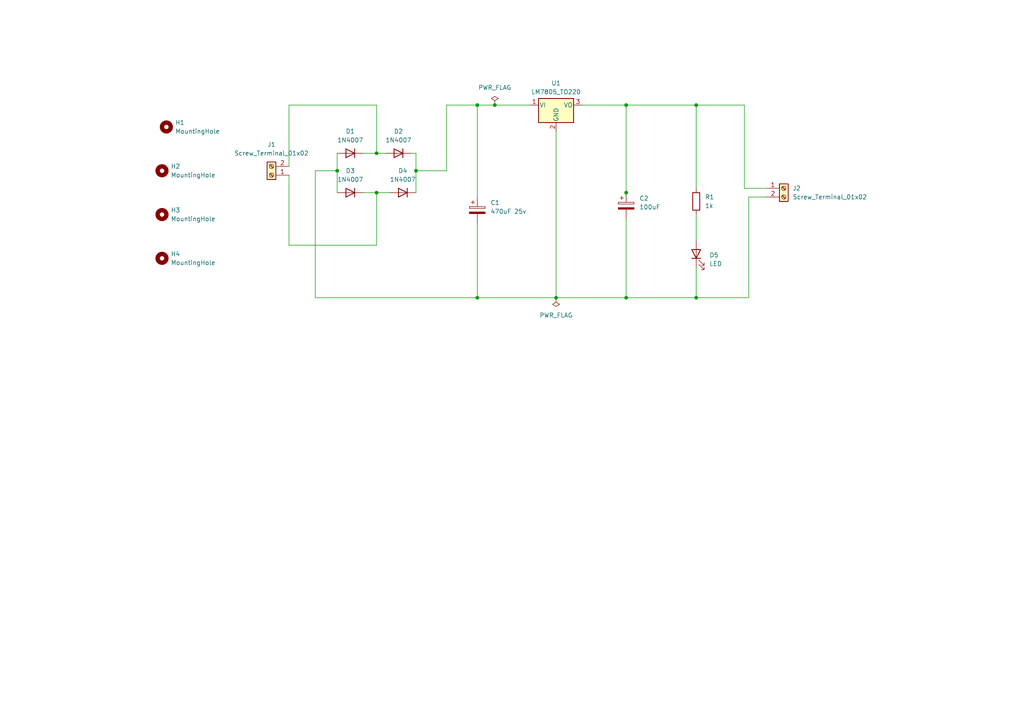
<source format=kicad_sch>
(kicad_sch (version 20230121) (generator eeschema)

  (uuid 48efd222-25e6-4205-9b68-9a90902d147f)

  (paper "A4")

  (lib_symbols
    (symbol "Connector:Screw_Terminal_01x02" (pin_names (offset 1.016) hide) (in_bom yes) (on_board yes)
      (property "Reference" "J" (at 0 2.54 0)
        (effects (font (size 1.27 1.27)))
      )
      (property "Value" "Screw_Terminal_01x02" (at 0 -5.08 0)
        (effects (font (size 1.27 1.27)))
      )
      (property "Footprint" "" (at 0 0 0)
        (effects (font (size 1.27 1.27)) hide)
      )
      (property "Datasheet" "~" (at 0 0 0)
        (effects (font (size 1.27 1.27)) hide)
      )
      (property "ki_keywords" "screw terminal" (at 0 0 0)
        (effects (font (size 1.27 1.27)) hide)
      )
      (property "ki_description" "Generic screw terminal, single row, 01x02, script generated (kicad-library-utils/schlib/autogen/connector/)" (at 0 0 0)
        (effects (font (size 1.27 1.27)) hide)
      )
      (property "ki_fp_filters" "TerminalBlock*:*" (at 0 0 0)
        (effects (font (size 1.27 1.27)) hide)
      )
      (symbol "Screw_Terminal_01x02_1_1"
        (rectangle (start -1.27 1.27) (end 1.27 -3.81)
          (stroke (width 0.254) (type default))
          (fill (type background))
        )
        (circle (center 0 -2.54) (radius 0.635)
          (stroke (width 0.1524) (type default))
          (fill (type none))
        )
        (polyline
          (pts
            (xy -0.5334 -2.2098)
            (xy 0.3302 -3.048)
          )
          (stroke (width 0.1524) (type default))
          (fill (type none))
        )
        (polyline
          (pts
            (xy -0.5334 0.3302)
            (xy 0.3302 -0.508)
          )
          (stroke (width 0.1524) (type default))
          (fill (type none))
        )
        (polyline
          (pts
            (xy -0.3556 -2.032)
            (xy 0.508 -2.8702)
          )
          (stroke (width 0.1524) (type default))
          (fill (type none))
        )
        (polyline
          (pts
            (xy -0.3556 0.508)
            (xy 0.508 -0.3302)
          )
          (stroke (width 0.1524) (type default))
          (fill (type none))
        )
        (circle (center 0 0) (radius 0.635)
          (stroke (width 0.1524) (type default))
          (fill (type none))
        )
        (pin passive line (at -5.08 0 0) (length 3.81)
          (name "Pin_1" (effects (font (size 1.27 1.27))))
          (number "1" (effects (font (size 1.27 1.27))))
        )
        (pin passive line (at -5.08 -2.54 0) (length 3.81)
          (name "Pin_2" (effects (font (size 1.27 1.27))))
          (number "2" (effects (font (size 1.27 1.27))))
        )
      )
    )
    (symbol "Device:C_Polarized" (pin_numbers hide) (pin_names (offset 0.254)) (in_bom yes) (on_board yes)
      (property "Reference" "C" (at 0.635 2.54 0)
        (effects (font (size 1.27 1.27)) (justify left))
      )
      (property "Value" "C_Polarized" (at 0.635 -2.54 0)
        (effects (font (size 1.27 1.27)) (justify left))
      )
      (property "Footprint" "" (at 0.9652 -3.81 0)
        (effects (font (size 1.27 1.27)) hide)
      )
      (property "Datasheet" "~" (at 0 0 0)
        (effects (font (size 1.27 1.27)) hide)
      )
      (property "ki_keywords" "cap capacitor" (at 0 0 0)
        (effects (font (size 1.27 1.27)) hide)
      )
      (property "ki_description" "Polarized capacitor" (at 0 0 0)
        (effects (font (size 1.27 1.27)) hide)
      )
      (property "ki_fp_filters" "CP_*" (at 0 0 0)
        (effects (font (size 1.27 1.27)) hide)
      )
      (symbol "C_Polarized_0_1"
        (rectangle (start -2.286 0.508) (end 2.286 1.016)
          (stroke (width 0) (type default))
          (fill (type none))
        )
        (polyline
          (pts
            (xy -1.778 2.286)
            (xy -0.762 2.286)
          )
          (stroke (width 0) (type default))
          (fill (type none))
        )
        (polyline
          (pts
            (xy -1.27 2.794)
            (xy -1.27 1.778)
          )
          (stroke (width 0) (type default))
          (fill (type none))
        )
        (rectangle (start 2.286 -0.508) (end -2.286 -1.016)
          (stroke (width 0) (type default))
          (fill (type outline))
        )
      )
      (symbol "C_Polarized_1_1"
        (pin passive line (at 0 3.81 270) (length 2.794)
          (name "~" (effects (font (size 1.27 1.27))))
          (number "1" (effects (font (size 1.27 1.27))))
        )
        (pin passive line (at 0 -3.81 90) (length 2.794)
          (name "~" (effects (font (size 1.27 1.27))))
          (number "2" (effects (font (size 1.27 1.27))))
        )
      )
    )
    (symbol "Device:LED" (pin_numbers hide) (pin_names (offset 1.016) hide) (in_bom yes) (on_board yes)
      (property "Reference" "D" (at 0 2.54 0)
        (effects (font (size 1.27 1.27)))
      )
      (property "Value" "LED" (at 0 -2.54 0)
        (effects (font (size 1.27 1.27)))
      )
      (property "Footprint" "" (at 0 0 0)
        (effects (font (size 1.27 1.27)) hide)
      )
      (property "Datasheet" "~" (at 0 0 0)
        (effects (font (size 1.27 1.27)) hide)
      )
      (property "ki_keywords" "LED diode" (at 0 0 0)
        (effects (font (size 1.27 1.27)) hide)
      )
      (property "ki_description" "Light emitting diode" (at 0 0 0)
        (effects (font (size 1.27 1.27)) hide)
      )
      (property "ki_fp_filters" "LED* LED_SMD:* LED_THT:*" (at 0 0 0)
        (effects (font (size 1.27 1.27)) hide)
      )
      (symbol "LED_0_1"
        (polyline
          (pts
            (xy -1.27 -1.27)
            (xy -1.27 1.27)
          )
          (stroke (width 0.254) (type default))
          (fill (type none))
        )
        (polyline
          (pts
            (xy -1.27 0)
            (xy 1.27 0)
          )
          (stroke (width 0) (type default))
          (fill (type none))
        )
        (polyline
          (pts
            (xy 1.27 -1.27)
            (xy 1.27 1.27)
            (xy -1.27 0)
            (xy 1.27 -1.27)
          )
          (stroke (width 0.254) (type default))
          (fill (type none))
        )
        (polyline
          (pts
            (xy -3.048 -0.762)
            (xy -4.572 -2.286)
            (xy -3.81 -2.286)
            (xy -4.572 -2.286)
            (xy -4.572 -1.524)
          )
          (stroke (width 0) (type default))
          (fill (type none))
        )
        (polyline
          (pts
            (xy -1.778 -0.762)
            (xy -3.302 -2.286)
            (xy -2.54 -2.286)
            (xy -3.302 -2.286)
            (xy -3.302 -1.524)
          )
          (stroke (width 0) (type default))
          (fill (type none))
        )
      )
      (symbol "LED_1_1"
        (pin passive line (at -3.81 0 0) (length 2.54)
          (name "K" (effects (font (size 1.27 1.27))))
          (number "1" (effects (font (size 1.27 1.27))))
        )
        (pin passive line (at 3.81 0 180) (length 2.54)
          (name "A" (effects (font (size 1.27 1.27))))
          (number "2" (effects (font (size 1.27 1.27))))
        )
      )
    )
    (symbol "Device:R" (pin_numbers hide) (pin_names (offset 0)) (in_bom yes) (on_board yes)
      (property "Reference" "R" (at 2.032 0 90)
        (effects (font (size 1.27 1.27)))
      )
      (property "Value" "R" (at 0 0 90)
        (effects (font (size 1.27 1.27)))
      )
      (property "Footprint" "" (at -1.778 0 90)
        (effects (font (size 1.27 1.27)) hide)
      )
      (property "Datasheet" "~" (at 0 0 0)
        (effects (font (size 1.27 1.27)) hide)
      )
      (property "ki_keywords" "R res resistor" (at 0 0 0)
        (effects (font (size 1.27 1.27)) hide)
      )
      (property "ki_description" "Resistor" (at 0 0 0)
        (effects (font (size 1.27 1.27)) hide)
      )
      (property "ki_fp_filters" "R_*" (at 0 0 0)
        (effects (font (size 1.27 1.27)) hide)
      )
      (symbol "R_0_1"
        (rectangle (start -1.016 -2.54) (end 1.016 2.54)
          (stroke (width 0.254) (type default))
          (fill (type none))
        )
      )
      (symbol "R_1_1"
        (pin passive line (at 0 3.81 270) (length 1.27)
          (name "~" (effects (font (size 1.27 1.27))))
          (number "1" (effects (font (size 1.27 1.27))))
        )
        (pin passive line (at 0 -3.81 90) (length 1.27)
          (name "~" (effects (font (size 1.27 1.27))))
          (number "2" (effects (font (size 1.27 1.27))))
        )
      )
    )
    (symbol "Diode:1N4007" (pin_numbers hide) (pin_names hide) (in_bom yes) (on_board yes)
      (property "Reference" "D" (at 0 2.54 0)
        (effects (font (size 1.27 1.27)))
      )
      (property "Value" "1N4007" (at 0 -2.54 0)
        (effects (font (size 1.27 1.27)))
      )
      (property "Footprint" "Diode_THT:D_DO-41_SOD81_P10.16mm_Horizontal" (at 0 -4.445 0)
        (effects (font (size 1.27 1.27)) hide)
      )
      (property "Datasheet" "http://www.vishay.com/docs/88503/1n4001.pdf" (at 0 0 0)
        (effects (font (size 1.27 1.27)) hide)
      )
      (property "Sim.Device" "D" (at 0 0 0)
        (effects (font (size 1.27 1.27)) hide)
      )
      (property "Sim.Pins" "1=K 2=A" (at 0 0 0)
        (effects (font (size 1.27 1.27)) hide)
      )
      (property "ki_keywords" "diode" (at 0 0 0)
        (effects (font (size 1.27 1.27)) hide)
      )
      (property "ki_description" "1000V 1A General Purpose Rectifier Diode, DO-41" (at 0 0 0)
        (effects (font (size 1.27 1.27)) hide)
      )
      (property "ki_fp_filters" "D*DO?41*" (at 0 0 0)
        (effects (font (size 1.27 1.27)) hide)
      )
      (symbol "1N4007_0_1"
        (polyline
          (pts
            (xy -1.27 1.27)
            (xy -1.27 -1.27)
          )
          (stroke (width 0.254) (type default))
          (fill (type none))
        )
        (polyline
          (pts
            (xy 1.27 0)
            (xy -1.27 0)
          )
          (stroke (width 0) (type default))
          (fill (type none))
        )
        (polyline
          (pts
            (xy 1.27 1.27)
            (xy 1.27 -1.27)
            (xy -1.27 0)
            (xy 1.27 1.27)
          )
          (stroke (width 0.254) (type default))
          (fill (type none))
        )
      )
      (symbol "1N4007_1_1"
        (pin passive line (at -3.81 0 0) (length 2.54)
          (name "K" (effects (font (size 1.27 1.27))))
          (number "1" (effects (font (size 1.27 1.27))))
        )
        (pin passive line (at 3.81 0 180) (length 2.54)
          (name "A" (effects (font (size 1.27 1.27))))
          (number "2" (effects (font (size 1.27 1.27))))
        )
      )
    )
    (symbol "Mechanical:MountingHole" (pin_names (offset 1.016)) (in_bom yes) (on_board yes)
      (property "Reference" "H" (at 0 5.08 0)
        (effects (font (size 1.27 1.27)))
      )
      (property "Value" "MountingHole" (at 0 3.175 0)
        (effects (font (size 1.27 1.27)))
      )
      (property "Footprint" "" (at 0 0 0)
        (effects (font (size 1.27 1.27)) hide)
      )
      (property "Datasheet" "~" (at 0 0 0)
        (effects (font (size 1.27 1.27)) hide)
      )
      (property "ki_keywords" "mounting hole" (at 0 0 0)
        (effects (font (size 1.27 1.27)) hide)
      )
      (property "ki_description" "Mounting Hole without connection" (at 0 0 0)
        (effects (font (size 1.27 1.27)) hide)
      )
      (property "ki_fp_filters" "MountingHole*" (at 0 0 0)
        (effects (font (size 1.27 1.27)) hide)
      )
      (symbol "MountingHole_0_1"
        (circle (center 0 0) (radius 1.27)
          (stroke (width 1.27) (type default))
          (fill (type none))
        )
      )
    )
    (symbol "Regulator_Linear:LM7805_TO220" (pin_names (offset 0.254)) (in_bom yes) (on_board yes)
      (property "Reference" "U" (at -3.81 3.175 0)
        (effects (font (size 1.27 1.27)))
      )
      (property "Value" "LM7805_TO220" (at 0 3.175 0)
        (effects (font (size 1.27 1.27)) (justify left))
      )
      (property "Footprint" "Package_TO_SOT_THT:TO-220-3_Vertical" (at 0 5.715 0)
        (effects (font (size 1.27 1.27) italic) hide)
      )
      (property "Datasheet" "https://www.onsemi.cn/PowerSolutions/document/MC7800-D.PDF" (at 0 -1.27 0)
        (effects (font (size 1.27 1.27)) hide)
      )
      (property "ki_keywords" "Voltage Regulator 1A Positive" (at 0 0 0)
        (effects (font (size 1.27 1.27)) hide)
      )
      (property "ki_description" "Positive 1A 35V Linear Regulator, Fixed Output 5V, TO-220" (at 0 0 0)
        (effects (font (size 1.27 1.27)) hide)
      )
      (property "ki_fp_filters" "TO?220*" (at 0 0 0)
        (effects (font (size 1.27 1.27)) hide)
      )
      (symbol "LM7805_TO220_0_1"
        (rectangle (start -5.08 1.905) (end 5.08 -5.08)
          (stroke (width 0.254) (type default))
          (fill (type background))
        )
      )
      (symbol "LM7805_TO220_1_1"
        (pin power_in line (at -7.62 0 0) (length 2.54)
          (name "VI" (effects (font (size 1.27 1.27))))
          (number "1" (effects (font (size 1.27 1.27))))
        )
        (pin power_in line (at 0 -7.62 90) (length 2.54)
          (name "GND" (effects (font (size 1.27 1.27))))
          (number "2" (effects (font (size 1.27 1.27))))
        )
        (pin power_out line (at 7.62 0 180) (length 2.54)
          (name "VO" (effects (font (size 1.27 1.27))))
          (number "3" (effects (font (size 1.27 1.27))))
        )
      )
    )
    (symbol "power:PWR_FLAG" (power) (pin_numbers hide) (pin_names (offset 0) hide) (in_bom yes) (on_board yes)
      (property "Reference" "#FLG" (at 0 1.905 0)
        (effects (font (size 1.27 1.27)) hide)
      )
      (property "Value" "PWR_FLAG" (at 0 3.81 0)
        (effects (font (size 1.27 1.27)))
      )
      (property "Footprint" "" (at 0 0 0)
        (effects (font (size 1.27 1.27)) hide)
      )
      (property "Datasheet" "~" (at 0 0 0)
        (effects (font (size 1.27 1.27)) hide)
      )
      (property "ki_keywords" "flag power" (at 0 0 0)
        (effects (font (size 1.27 1.27)) hide)
      )
      (property "ki_description" "Special symbol for telling ERC where power comes from" (at 0 0 0)
        (effects (font (size 1.27 1.27)) hide)
      )
      (symbol "PWR_FLAG_0_0"
        (pin power_out line (at 0 0 90) (length 0)
          (name "pwr" (effects (font (size 1.27 1.27))))
          (number "1" (effects (font (size 1.27 1.27))))
        )
      )
      (symbol "PWR_FLAG_0_1"
        (polyline
          (pts
            (xy 0 0)
            (xy 0 1.27)
            (xy -1.016 1.905)
            (xy 0 2.54)
            (xy 1.016 1.905)
            (xy 0 1.27)
          )
          (stroke (width 0) (type default))
          (fill (type none))
        )
      )
    )
  )

  (junction (at 138.43 30.48) (diameter 0) (color 0 0 0 0)
    (uuid 253c76a2-470a-45fc-a7f9-5521457a1fa1)
  )
  (junction (at 181.61 86.36) (diameter 0) (color 0 0 0 0)
    (uuid 33839079-fa68-4ba7-99ed-24df8d78a281)
  )
  (junction (at 161.29 86.36) (diameter 0) (color 0 0 0 0)
    (uuid 47a831e4-493f-4994-bf20-04cfea96958c)
  )
  (junction (at 181.61 55.88) (diameter 0) (color 0 0 0 0)
    (uuid 64d61bff-42e7-40b2-98cd-6e958bcdf154)
  )
  (junction (at 201.93 86.36) (diameter 0) (color 0 0 0 0)
    (uuid 807aa6c8-3096-4d93-b314-c512b25fded4)
  )
  (junction (at 97.79 49.53) (diameter 0) (color 0 0 0 0)
    (uuid 8688223e-4315-4057-a1ff-a9ed5bad704a)
  )
  (junction (at 143.51 30.48) (diameter 0) (color 0 0 0 0)
    (uuid 9e81c44a-a52a-47eb-8f62-36c039b3880c)
  )
  (junction (at 109.22 44.45) (diameter 0) (color 0 0 0 0)
    (uuid 9f2c29f8-3737-4571-81fc-242e1f40c29f)
  )
  (junction (at 138.43 86.36) (diameter 0) (color 0 0 0 0)
    (uuid e50379df-8aac-4255-b480-2c25afde6ac5)
  )
  (junction (at 181.61 30.48) (diameter 0) (color 0 0 0 0)
    (uuid eacfe088-358a-4e07-a78e-07ef72840023)
  )
  (junction (at 120.65 49.53) (diameter 0) (color 0 0 0 0)
    (uuid ef03d747-3b58-4507-b354-6a1d979b12ab)
  )
  (junction (at 201.93 30.48) (diameter 0) (color 0 0 0 0)
    (uuid f4861b6b-d9d0-46b3-8a9b-f84f505ca566)
  )
  (junction (at 109.22 55.88) (diameter 0) (color 0 0 0 0)
    (uuid f55d235f-2386-4fba-9ca2-e3811fc0c451)
  )

  (wire (pts (xy 91.44 49.53) (xy 91.44 86.36))
    (stroke (width 0) (type default))
    (uuid 00264e72-7fd0-4f6f-9e86-b4bfcaae2c0c)
  )
  (wire (pts (xy 217.17 57.15) (xy 217.17 86.36))
    (stroke (width 0) (type default))
    (uuid 03438caf-1ffd-4110-a78c-edfdffb14a13)
  )
  (wire (pts (xy 120.65 44.45) (xy 120.65 49.53))
    (stroke (width 0) (type default))
    (uuid 03ba8b3e-3312-4180-ba1d-eb533c58e96b)
  )
  (wire (pts (xy 109.22 55.88) (xy 113.03 55.88))
    (stroke (width 0) (type default))
    (uuid 04db53d7-6bc1-44b4-a924-3db2b03cf8ca)
  )
  (wire (pts (xy 109.22 44.45) (xy 111.76 44.45))
    (stroke (width 0) (type default))
    (uuid 04dda79d-fe87-4e8d-9b42-45056e79e16d)
  )
  (wire (pts (xy 215.9 54.61) (xy 222.25 54.61))
    (stroke (width 0) (type default))
    (uuid 0990f421-7af7-40ef-b84a-df727a4ea804)
  )
  (wire (pts (xy 138.43 30.48) (xy 138.43 57.15))
    (stroke (width 0) (type default))
    (uuid 0a2eeff3-8e67-407e-a1be-8aa28a193a95)
  )
  (wire (pts (xy 201.93 30.48) (xy 201.93 54.61))
    (stroke (width 0) (type default))
    (uuid 1079c8e1-1ab3-4c73-afe4-d2b07a20bfd4)
  )
  (wire (pts (xy 109.22 30.48) (xy 109.22 44.45))
    (stroke (width 0) (type default))
    (uuid 123afd28-2e7e-4867-b170-7c437c5fe305)
  )
  (wire (pts (xy 129.54 30.48) (xy 138.43 30.48))
    (stroke (width 0) (type default))
    (uuid 166a06ef-d0e8-4a4b-96b3-6e27f77a42f7)
  )
  (wire (pts (xy 109.22 55.88) (xy 109.22 71.12))
    (stroke (width 0) (type default))
    (uuid 1cf7406d-1e4b-4c6f-8900-8a1a5b565636)
  )
  (wire (pts (xy 138.43 30.48) (xy 143.51 30.48))
    (stroke (width 0) (type default))
    (uuid 1d65355e-3e34-41f6-8099-5095cb04139a)
  )
  (wire (pts (xy 168.91 30.48) (xy 181.61 30.48))
    (stroke (width 0) (type default))
    (uuid 2187f5d3-a9f6-4f51-97b8-1ee125b52463)
  )
  (wire (pts (xy 161.29 38.1) (xy 161.29 86.36))
    (stroke (width 0) (type default))
    (uuid 256b1307-5a6f-4e1b-84a9-3e7fb2caa034)
  )
  (wire (pts (xy 201.93 86.36) (xy 217.17 86.36))
    (stroke (width 0) (type default))
    (uuid 2945227b-2d8d-4b60-8206-de00bb227792)
  )
  (wire (pts (xy 181.61 55.88) (xy 181.61 57.15))
    (stroke (width 0) (type default))
    (uuid 29d0ebbe-08e3-4984-991a-526d826a8186)
  )
  (wire (pts (xy 83.82 30.48) (xy 109.22 30.48))
    (stroke (width 0) (type default))
    (uuid 3ae3b000-7605-406c-b988-841471d6355a)
  )
  (wire (pts (xy 91.44 86.36) (xy 138.43 86.36))
    (stroke (width 0) (type default))
    (uuid 466b4f8c-3cc2-47cb-b718-05eef70cde10)
  )
  (wire (pts (xy 97.79 44.45) (xy 97.79 49.53))
    (stroke (width 0) (type default))
    (uuid 4c461883-c668-41dc-9b43-f2a7b889476c)
  )
  (wire (pts (xy 120.65 49.53) (xy 120.65 55.88))
    (stroke (width 0) (type default))
    (uuid 4ed84d7f-9e2b-4d8a-a4f7-22ce22f6994b)
  )
  (wire (pts (xy 215.9 30.48) (xy 215.9 54.61))
    (stroke (width 0) (type default))
    (uuid 6f9d3b5c-df68-44c9-bd19-4697ade8c622)
  )
  (wire (pts (xy 138.43 86.36) (xy 161.29 86.36))
    (stroke (width 0) (type default))
    (uuid 71de4a8c-8b13-40af-8c99-131e24ecfaf5)
  )
  (wire (pts (xy 105.41 44.45) (xy 109.22 44.45))
    (stroke (width 0) (type default))
    (uuid 76eb3998-4d6c-43a5-9506-61aa8aa29faf)
  )
  (wire (pts (xy 161.29 86.36) (xy 181.61 86.36))
    (stroke (width 0) (type default))
    (uuid 7d0a2b61-d521-4775-a8c1-50f56dd107ec)
  )
  (wire (pts (xy 105.41 55.88) (xy 109.22 55.88))
    (stroke (width 0) (type default))
    (uuid 854f4843-d2f8-4cf3-8626-4ad09fcaf7ba)
  )
  (wire (pts (xy 120.65 49.53) (xy 129.54 49.53))
    (stroke (width 0) (type default))
    (uuid 868457fe-20b0-4d28-b179-170215cba8f8)
  )
  (wire (pts (xy 181.61 63.5) (xy 181.61 86.36))
    (stroke (width 0) (type default))
    (uuid a4eac3fd-4402-42a9-81b7-5b77e4bcba80)
  )
  (wire (pts (xy 181.61 30.48) (xy 201.93 30.48))
    (stroke (width 0) (type default))
    (uuid aa1a8d5a-b1a6-497e-a13c-4cd836ce8150)
  )
  (wire (pts (xy 83.82 48.26) (xy 83.82 30.48))
    (stroke (width 0) (type default))
    (uuid abafdead-fbf5-4d40-a96f-f9392ba09f91)
  )
  (wire (pts (xy 201.93 62.23) (xy 201.93 69.85))
    (stroke (width 0) (type default))
    (uuid af9df2ae-9606-4e76-9035-f96ee0a28141)
  )
  (wire (pts (xy 97.79 49.53) (xy 97.79 55.88))
    (stroke (width 0) (type default))
    (uuid bef391ce-b0f7-4bea-87a5-3d3f158e4734)
  )
  (wire (pts (xy 181.61 30.48) (xy 181.61 55.88))
    (stroke (width 0) (type default))
    (uuid c1b31b9b-b84e-42e9-bf52-4eb1ce9acdaf)
  )
  (wire (pts (xy 83.82 71.12) (xy 109.22 71.12))
    (stroke (width 0) (type default))
    (uuid c96f38df-d8db-4c1b-91db-9edfd88c6662)
  )
  (wire (pts (xy 138.43 64.77) (xy 138.43 86.36))
    (stroke (width 0) (type default))
    (uuid c9e8d70a-78f4-4ed5-8919-b3f06770c32d)
  )
  (wire (pts (xy 201.93 30.48) (xy 215.9 30.48))
    (stroke (width 0) (type default))
    (uuid cd79afe5-b618-4157-b77c-45c6bb23cccf)
  )
  (wire (pts (xy 143.51 30.48) (xy 153.67 30.48))
    (stroke (width 0) (type default))
    (uuid d57f2b5f-4cd3-4f42-a049-5d4c43c6a1c1)
  )
  (wire (pts (xy 97.79 49.53) (xy 91.44 49.53))
    (stroke (width 0) (type default))
    (uuid dac3aed3-b29a-46bb-b60a-080b122e9c43)
  )
  (wire (pts (xy 201.93 77.47) (xy 201.93 86.36))
    (stroke (width 0) (type default))
    (uuid dcbec1c7-8ef8-49cd-869e-d1a90bba8585)
  )
  (wire (pts (xy 129.54 49.53) (xy 129.54 30.48))
    (stroke (width 0) (type default))
    (uuid ddbe7af6-a4ee-436a-9a2f-e52b746d4cc5)
  )
  (wire (pts (xy 119.38 44.45) (xy 120.65 44.45))
    (stroke (width 0) (type default))
    (uuid dfc0b193-3103-4ad8-ac19-7997b277ef75)
  )
  (wire (pts (xy 181.61 86.36) (xy 201.93 86.36))
    (stroke (width 0) (type default))
    (uuid e00800e5-d770-484f-a12e-2f9d9425e870)
  )
  (wire (pts (xy 217.17 57.15) (xy 222.25 57.15))
    (stroke (width 0) (type default))
    (uuid e812d075-547c-4703-bb1d-8ab76beabdd6)
  )
  (wire (pts (xy 83.82 50.8) (xy 83.82 71.12))
    (stroke (width 0) (type default))
    (uuid f2d30ac2-ef57-45b0-8be7-06c341324be1)
  )

  (symbol (lib_id "Device:R") (at 201.93 58.42 0) (unit 1)
    (in_bom yes) (on_board yes) (dnp no) (fields_autoplaced)
    (uuid 03f39078-96b7-462e-9ab7-d9100647c359)
    (property "Reference" "R1" (at 204.47 57.15 0)
      (effects (font (size 1.27 1.27)) (justify left))
    )
    (property "Value" "1k" (at 204.47 59.69 0)
      (effects (font (size 1.27 1.27)) (justify left))
    )
    (property "Footprint" "Resistor_THT:R_Axial_Power_L20.0mm_W6.4mm_P22.40mm" (at 200.152 58.42 90)
      (effects (font (size 1.27 1.27)) hide)
    )
    (property "Datasheet" "~" (at 201.93 58.42 0)
      (effects (font (size 1.27 1.27)) hide)
    )
    (pin "2" (uuid 7e0315ff-d04a-4eea-bc2c-a23098d6113d))
    (pin "1" (uuid 2f2abbef-ddd4-48d6-9691-979b064a8e2c))
    (instances
      (project "powersupply circy"
        (path "/48efd222-25e6-4205-9b68-9a90902d147f"
          (reference "R1") (unit 1)
        )
      )
    )
  )

  (symbol (lib_id "Device:C_Polarized") (at 181.61 59.69 0) (unit 1)
    (in_bom yes) (on_board yes) (dnp no) (fields_autoplaced)
    (uuid 0f05714f-53f0-4c3d-a77e-2970bb52915f)
    (property "Reference" "C2" (at 185.42 57.531 0)
      (effects (font (size 1.27 1.27)) (justify left))
    )
    (property "Value" "100uF" (at 185.42 60.071 0)
      (effects (font (size 1.27 1.27)) (justify left))
    )
    (property "Footprint" "Capacitor_THT:CP_Radial_D4.0mm_P1.50mm" (at 182.5752 63.5 0)
      (effects (font (size 1.27 1.27)) hide)
    )
    (property "Datasheet" "~" (at 181.61 59.69 0)
      (effects (font (size 1.27 1.27)) hide)
    )
    (pin "1" (uuid db448517-e9cd-48b1-9d02-47c665ea40c4))
    (pin "2" (uuid 6d2d9562-1731-4fe0-922d-86dce9b8d3da))
    (instances
      (project "powersupply circy"
        (path "/48efd222-25e6-4205-9b68-9a90902d147f"
          (reference "C2") (unit 1)
        )
      )
    )
  )

  (symbol (lib_id "Connector:Screw_Terminal_01x02") (at 227.33 54.61 0) (unit 1)
    (in_bom yes) (on_board yes) (dnp no) (fields_autoplaced)
    (uuid 1373c7a3-8d86-49b5-b848-74191c790de2)
    (property "Reference" "J2" (at 229.87 54.61 0)
      (effects (font (size 1.27 1.27)) (justify left))
    )
    (property "Value" "Screw_Terminal_01x02" (at 229.87 57.15 0)
      (effects (font (size 1.27 1.27)) (justify left))
    )
    (property "Footprint" "TerminalBlock:TerminalBlock_Altech_AK300-4_P5.00mm" (at 227.33 54.61 0)
      (effects (font (size 1.27 1.27)) hide)
    )
    (property "Datasheet" "~" (at 227.33 54.61 0)
      (effects (font (size 1.27 1.27)) hide)
    )
    (pin "1" (uuid 670cc404-e3c0-4376-9432-5c12e88318ae))
    (pin "2" (uuid f4118d65-9d92-46f3-a828-1ab3dc11b1e0))
    (instances
      (project "powersupply circy"
        (path "/48efd222-25e6-4205-9b68-9a90902d147f"
          (reference "J2") (unit 1)
        )
      )
    )
  )

  (symbol (lib_id "Device:LED") (at 201.93 73.66 90) (unit 1)
    (in_bom yes) (on_board yes) (dnp no) (fields_autoplaced)
    (uuid 1656150f-6175-40f6-a2af-d112aeb84f10)
    (property "Reference" "D5" (at 205.74 73.9775 90)
      (effects (font (size 1.27 1.27)) (justify right))
    )
    (property "Value" "LED" (at 205.74 76.5175 90)
      (effects (font (size 1.27 1.27)) (justify right))
    )
    (property "Footprint" "LED_THT:LED_D5.0mm" (at 201.93 73.66 0)
      (effects (font (size 1.27 1.27)) hide)
    )
    (property "Datasheet" "~" (at 201.93 73.66 0)
      (effects (font (size 1.27 1.27)) hide)
    )
    (pin "1" (uuid 72ceb39b-d47d-4ae1-8212-ac17f657f014))
    (pin "2" (uuid 3eff986d-6ff9-45fa-a54a-7e1365526429))
    (instances
      (project "powersupply circy"
        (path "/48efd222-25e6-4205-9b68-9a90902d147f"
          (reference "D5") (unit 1)
        )
      )
    )
  )

  (symbol (lib_id "Mechanical:MountingHole") (at 46.99 62.23 0) (unit 1)
    (in_bom yes) (on_board yes) (dnp no) (fields_autoplaced)
    (uuid 18a8db1c-502b-4ba5-baf8-372ea57a1e51)
    (property "Reference" "H3" (at 49.53 60.96 0)
      (effects (font (size 1.27 1.27)) (justify left))
    )
    (property "Value" "MountingHole" (at 49.53 63.5 0)
      (effects (font (size 1.27 1.27)) (justify left))
    )
    (property "Footprint" "MountingHole:MountingHole_4.5mm" (at 46.99 62.23 0)
      (effects (font (size 1.27 1.27)) hide)
    )
    (property "Datasheet" "~" (at 46.99 62.23 0)
      (effects (font (size 1.27 1.27)) hide)
    )
    (instances
      (project "powersupply circy"
        (path "/48efd222-25e6-4205-9b68-9a90902d147f"
          (reference "H3") (unit 1)
        )
      )
    )
  )

  (symbol (lib_id "power:PWR_FLAG") (at 143.51 30.48 0) (unit 1)
    (in_bom yes) (on_board yes) (dnp no) (fields_autoplaced)
    (uuid 40fb3c5d-7b3b-488a-916b-3537c63560ec)
    (property "Reference" "#FLG01" (at 143.51 28.575 0)
      (effects (font (size 1.27 1.27)) hide)
    )
    (property "Value" "PWR_FLAG" (at 143.51 25.4 0)
      (effects (font (size 1.27 1.27)))
    )
    (property "Footprint" "" (at 143.51 30.48 0)
      (effects (font (size 1.27 1.27)) hide)
    )
    (property "Datasheet" "~" (at 143.51 30.48 0)
      (effects (font (size 1.27 1.27)) hide)
    )
    (pin "1" (uuid 03307d8f-38fb-40fc-a0e9-24460cca9236))
    (instances
      (project "powersupply circy"
        (path "/48efd222-25e6-4205-9b68-9a90902d147f"
          (reference "#FLG01") (unit 1)
        )
      )
    )
  )

  (symbol (lib_id "Mechanical:MountingHole") (at 48.26 36.83 0) (unit 1)
    (in_bom yes) (on_board yes) (dnp no) (fields_autoplaced)
    (uuid 4a8b1dec-6aae-44b7-b85d-c7568e143380)
    (property "Reference" "H1" (at 50.8 35.56 0)
      (effects (font (size 1.27 1.27)) (justify left))
    )
    (property "Value" "MountingHole" (at 50.8 38.1 0)
      (effects (font (size 1.27 1.27)) (justify left))
    )
    (property "Footprint" "MountingHole:MountingHole_4.5mm" (at 48.26 36.83 0)
      (effects (font (size 1.27 1.27)) hide)
    )
    (property "Datasheet" "~" (at 48.26 36.83 0)
      (effects (font (size 1.27 1.27)) hide)
    )
    (instances
      (project "powersupply circy"
        (path "/48efd222-25e6-4205-9b68-9a90902d147f"
          (reference "H1") (unit 1)
        )
      )
    )
  )

  (symbol (lib_id "Connector:Screw_Terminal_01x02") (at 78.74 50.8 180) (unit 1)
    (in_bom yes) (on_board yes) (dnp no) (fields_autoplaced)
    (uuid 52dcc79f-b5e0-4603-b8a5-7fc91fc1192a)
    (property "Reference" "J1" (at 78.74 41.91 0)
      (effects (font (size 1.27 1.27)))
    )
    (property "Value" "Screw_Terminal_01x02" (at 78.74 44.45 0)
      (effects (font (size 1.27 1.27)))
    )
    (property "Footprint" "TerminalBlock:TerminalBlock_Altech_AK300-4_P5.00mm" (at 78.74 50.8 0)
      (effects (font (size 1.27 1.27)) hide)
    )
    (property "Datasheet" "~" (at 78.74 50.8 0)
      (effects (font (size 1.27 1.27)) hide)
    )
    (pin "1" (uuid 25540a35-fbc7-4c24-9aab-b32d849e1c17))
    (pin "2" (uuid 850be57f-59c1-4eb6-aaa6-03ee13ecdab8))
    (instances
      (project "powersupply circy"
        (path "/48efd222-25e6-4205-9b68-9a90902d147f"
          (reference "J1") (unit 1)
        )
      )
    )
  )

  (symbol (lib_id "Mechanical:MountingHole") (at 46.99 74.93 0) (unit 1)
    (in_bom yes) (on_board yes) (dnp no) (fields_autoplaced)
    (uuid 6a70fcd1-001b-4086-91d6-9005a76ca06f)
    (property "Reference" "H4" (at 49.53 73.66 0)
      (effects (font (size 1.27 1.27)) (justify left))
    )
    (property "Value" "MountingHole" (at 49.53 76.2 0)
      (effects (font (size 1.27 1.27)) (justify left))
    )
    (property "Footprint" "MountingHole:MountingHole_4.5mm" (at 46.99 74.93 0)
      (effects (font (size 1.27 1.27)) hide)
    )
    (property "Datasheet" "~" (at 46.99 74.93 0)
      (effects (font (size 1.27 1.27)) hide)
    )
    (instances
      (project "powersupply circy"
        (path "/48efd222-25e6-4205-9b68-9a90902d147f"
          (reference "H4") (unit 1)
        )
      )
    )
  )

  (symbol (lib_id "Mechanical:MountingHole") (at 46.99 49.53 0) (unit 1)
    (in_bom yes) (on_board yes) (dnp no) (fields_autoplaced)
    (uuid 8fcc8d54-de5c-4a0a-8ae2-d37ab6fc4e1b)
    (property "Reference" "H2" (at 49.53 48.26 0)
      (effects (font (size 1.27 1.27)) (justify left))
    )
    (property "Value" "MountingHole" (at 49.53 50.8 0)
      (effects (font (size 1.27 1.27)) (justify left))
    )
    (property "Footprint" "MountingHole:MountingHole_4.5mm" (at 46.99 49.53 0)
      (effects (font (size 1.27 1.27)) hide)
    )
    (property "Datasheet" "~" (at 46.99 49.53 0)
      (effects (font (size 1.27 1.27)) hide)
    )
    (instances
      (project "powersupply circy"
        (path "/48efd222-25e6-4205-9b68-9a90902d147f"
          (reference "H2") (unit 1)
        )
      )
    )
  )

  (symbol (lib_id "Regulator_Linear:LM7805_TO220") (at 161.29 30.48 0) (unit 1)
    (in_bom yes) (on_board yes) (dnp no) (fields_autoplaced)
    (uuid 9b814d0c-0ec0-499f-b5f1-9a2ecaf6121e)
    (property "Reference" "U1" (at 161.29 24.13 0)
      (effects (font (size 1.27 1.27)))
    )
    (property "Value" "LM7805_TO220" (at 161.29 26.67 0)
      (effects (font (size 1.27 1.27)))
    )
    (property "Footprint" "Package_TO_SOT_THT:TO-220-3_Vertical" (at 161.29 24.765 0)
      (effects (font (size 1.27 1.27) italic) hide)
    )
    (property "Datasheet" "https://www.onsemi.cn/PowerSolutions/document/MC7800-D.PDF" (at 161.29 31.75 0)
      (effects (font (size 1.27 1.27)) hide)
    )
    (pin "3" (uuid dde54454-d282-445f-b44f-d1746e14a5af))
    (pin "1" (uuid 57db9367-e774-4bf6-9957-fad3004ce064))
    (pin "2" (uuid bcef6eff-fe95-4e14-aa95-8416ab81ca5c))
    (instances
      (project "powersupply circy"
        (path "/48efd222-25e6-4205-9b68-9a90902d147f"
          (reference "U1") (unit 1)
        )
      )
    )
  )

  (symbol (lib_id "Diode:1N4007") (at 116.84 55.88 180) (unit 1)
    (in_bom yes) (on_board yes) (dnp no) (fields_autoplaced)
    (uuid cd284df9-c21a-405a-a1cd-0439c49924cc)
    (property "Reference" "D4" (at 116.84 49.53 0)
      (effects (font (size 1.27 1.27)))
    )
    (property "Value" "1N4007" (at 116.84 52.07 0)
      (effects (font (size 1.27 1.27)))
    )
    (property "Footprint" "Diode_THT:D_DO-41_SOD81_P10.16mm_Horizontal" (at 116.84 51.435 0)
      (effects (font (size 1.27 1.27)) hide)
    )
    (property "Datasheet" "http://www.vishay.com/docs/88503/1n4001.pdf" (at 116.84 55.88 0)
      (effects (font (size 1.27 1.27)) hide)
    )
    (property "Sim.Device" "D" (at 116.84 55.88 0)
      (effects (font (size 1.27 1.27)) hide)
    )
    (property "Sim.Pins" "1=K 2=A" (at 116.84 55.88 0)
      (effects (font (size 1.27 1.27)) hide)
    )
    (pin "1" (uuid 952baf61-1a88-402b-9844-241b7c6b48ea))
    (pin "2" (uuid ded3801c-e7c0-4967-b9b6-a5245a56a6e5))
    (instances
      (project "powersupply circy"
        (path "/48efd222-25e6-4205-9b68-9a90902d147f"
          (reference "D4") (unit 1)
        )
      )
    )
  )

  (symbol (lib_id "Diode:1N4007") (at 101.6 55.88 180) (unit 1)
    (in_bom yes) (on_board yes) (dnp no) (fields_autoplaced)
    (uuid d2a4ef62-56bc-4b4f-a1cb-b1df295e3d9f)
    (property "Reference" "D3" (at 101.6 49.53 0)
      (effects (font (size 1.27 1.27)))
    )
    (property "Value" "1N4007" (at 101.6 52.07 0)
      (effects (font (size 1.27 1.27)))
    )
    (property "Footprint" "Diode_THT:D_DO-41_SOD81_P10.16mm_Horizontal" (at 101.6 51.435 0)
      (effects (font (size 1.27 1.27)) hide)
    )
    (property "Datasheet" "http://www.vishay.com/docs/88503/1n4001.pdf" (at 101.6 55.88 0)
      (effects (font (size 1.27 1.27)) hide)
    )
    (property "Sim.Device" "D" (at 101.6 55.88 0)
      (effects (font (size 1.27 1.27)) hide)
    )
    (property "Sim.Pins" "1=K 2=A" (at 101.6 55.88 0)
      (effects (font (size 1.27 1.27)) hide)
    )
    (pin "1" (uuid 5d3896bb-c800-4109-b058-22aa1a9767e9))
    (pin "2" (uuid 03944a45-e133-49e3-948f-a26ad7d145c7))
    (instances
      (project "powersupply circy"
        (path "/48efd222-25e6-4205-9b68-9a90902d147f"
          (reference "D3") (unit 1)
        )
      )
    )
  )

  (symbol (lib_id "Device:C_Polarized") (at 138.43 60.96 0) (unit 1)
    (in_bom yes) (on_board yes) (dnp no) (fields_autoplaced)
    (uuid d4c5a2da-fc0e-4f67-8866-0f994f0fbf92)
    (property "Reference" "C1" (at 142.24 58.801 0)
      (effects (font (size 1.27 1.27)) (justify left))
    )
    (property "Value" "470uF 25v" (at 142.24 61.341 0)
      (effects (font (size 1.27 1.27)) (justify left))
    )
    (property "Footprint" "Capacitor_THT:CP_Radial_D4.0mm_P1.50mm" (at 139.3952 64.77 0)
      (effects (font (size 1.27 1.27)) hide)
    )
    (property "Datasheet" "~" (at 138.43 60.96 0)
      (effects (font (size 1.27 1.27)) hide)
    )
    (pin "1" (uuid 404aa653-00a9-4bd4-a491-214415b168d0))
    (pin "2" (uuid 3500c0bc-b031-4651-860c-33ff8d3e280c))
    (instances
      (project "powersupply circy"
        (path "/48efd222-25e6-4205-9b68-9a90902d147f"
          (reference "C1") (unit 1)
        )
      )
    )
  )

  (symbol (lib_id "power:PWR_FLAG") (at 161.29 86.36 180) (unit 1)
    (in_bom yes) (on_board yes) (dnp no) (fields_autoplaced)
    (uuid dd995a3e-8db0-4b15-aff1-54e04f24c0a6)
    (property "Reference" "#FLG02" (at 161.29 88.265 0)
      (effects (font (size 1.27 1.27)) hide)
    )
    (property "Value" "PWR_FLAG" (at 161.29 91.44 0)
      (effects (font (size 1.27 1.27)))
    )
    (property "Footprint" "" (at 161.29 86.36 0)
      (effects (font (size 1.27 1.27)) hide)
    )
    (property "Datasheet" "~" (at 161.29 86.36 0)
      (effects (font (size 1.27 1.27)) hide)
    )
    (pin "1" (uuid 040a4caa-28f9-4675-8703-841e3483cd84))
    (instances
      (project "powersupply circy"
        (path "/48efd222-25e6-4205-9b68-9a90902d147f"
          (reference "#FLG02") (unit 1)
        )
      )
    )
  )

  (symbol (lib_id "Diode:1N4007") (at 115.57 44.45 180) (unit 1)
    (in_bom yes) (on_board yes) (dnp no) (fields_autoplaced)
    (uuid e4bb1a41-f983-4d13-b823-a3c1c5c57e7f)
    (property "Reference" "D2" (at 115.57 38.1 0)
      (effects (font (size 1.27 1.27)))
    )
    (property "Value" "1N4007" (at 115.57 40.64 0)
      (effects (font (size 1.27 1.27)))
    )
    (property "Footprint" "Diode_THT:D_DO-41_SOD81_P10.16mm_Horizontal" (at 115.57 40.005 0)
      (effects (font (size 1.27 1.27)) hide)
    )
    (property "Datasheet" "http://www.vishay.com/docs/88503/1n4001.pdf" (at 115.57 44.45 0)
      (effects (font (size 1.27 1.27)) hide)
    )
    (property "Sim.Device" "D" (at 115.57 44.45 0)
      (effects (font (size 1.27 1.27)) hide)
    )
    (property "Sim.Pins" "1=K 2=A" (at 115.57 44.45 0)
      (effects (font (size 1.27 1.27)) hide)
    )
    (pin "1" (uuid 07258081-2630-49ab-aa0b-414fe13d4380))
    (pin "2" (uuid f2fb66ea-9217-4e44-beda-bd210c3c1fac))
    (instances
      (project "powersupply circy"
        (path "/48efd222-25e6-4205-9b68-9a90902d147f"
          (reference "D2") (unit 1)
        )
      )
    )
  )

  (symbol (lib_id "Diode:1N4007") (at 101.6 44.45 180) (unit 1)
    (in_bom yes) (on_board yes) (dnp no) (fields_autoplaced)
    (uuid f197685d-3cb0-41b1-bfd5-ce84f69979b5)
    (property "Reference" "D1" (at 101.6 38.1 0)
      (effects (font (size 1.27 1.27)))
    )
    (property "Value" "1N4007" (at 101.6 40.64 0)
      (effects (font (size 1.27 1.27)))
    )
    (property "Footprint" "Diode_THT:D_DO-41_SOD81_P7.62mm_Horizontal" (at 101.6 40.005 0)
      (effects (font (size 1.27 1.27)) hide)
    )
    (property "Datasheet" "http://www.vishay.com/docs/88503/1n4001.pdf" (at 101.6 44.45 0)
      (effects (font (size 1.27 1.27)) hide)
    )
    (property "Sim.Device" "D" (at 101.6 44.45 0)
      (effects (font (size 1.27 1.27)) hide)
    )
    (property "Sim.Pins" "1=K 2=A" (at 101.6 44.45 0)
      (effects (font (size 1.27 1.27)) hide)
    )
    (pin "1" (uuid e77ea496-db71-460f-98fe-f1ae8c4846b2))
    (pin "2" (uuid 79cc8426-10cc-4331-a9a5-b1e7bb408ab6))
    (instances
      (project "powersupply circy"
        (path "/48efd222-25e6-4205-9b68-9a90902d147f"
          (reference "D1") (unit 1)
        )
      )
    )
  )

  (sheet_instances
    (path "/" (page "1"))
  )
)

</source>
